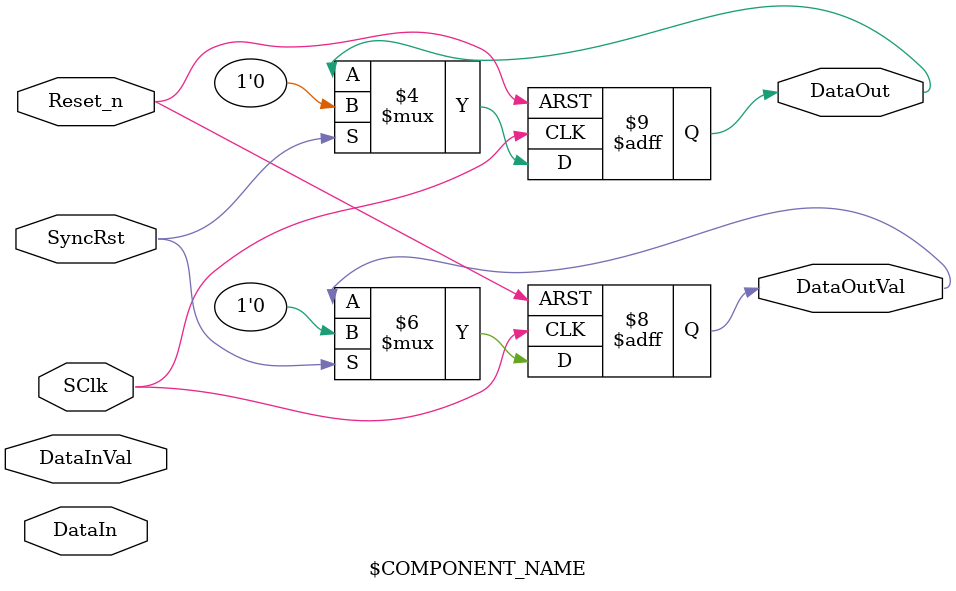
<source format=sv>

module $COMPONENT_NAME
(
   // System interface
   // -- inputs
   input logic SClk,
   input logic Reset_n,
   input logic SyncRst,
   // Data interface
   // --inputs
   input logic DataInVal,
   input logic DataIn,
   // --outputs
   output logic DataOutVal,
   output logic DataOut
);

////////////////////////////////////////////////////////////////////////////////
// External functions and tasks
////////////////////////////////////////////////////////////////////////////////
// Miscellaneous parameter task and functions

////////////////////////////////////////////////////////////////////////////////
// Configurable parameters
////////////////////////////////////////////////////////////////////////////////

////////////////////////////////////////////////////////////////////////////////
// Internal parameters (localparams) that affect ports
////////////////////////////////////////////////////////////////////////////////

////////////////////////////////////////////////////////////////////////////////
// Module I/O
////////////////////////////////////////////////////////////////////////////////

////////////////////////////////////////////////////////////////////////////////
// Internal parameters (localparams)
////////////////////////////////////////////////////////////////////////////////

////////////////////////////////////////////////////////////////////////////////
// Registered outputs
////////////////////////////////////////////////////////////////////////////////

///////////////////////////////////////////////////////////////////////////////
// Virtually registered output (combinational regs)
////////////////////////////////////////////////////////////////////////////////

////////////////////////////////////////////////////////////////////////////////
// Internal registers
////////////////////////////////////////////////////////////////////////////////

////////////////////////////////////////////////////////////////////////////////
// Internal virtual registers (combinational regs)
////////////////////////////////////////////////////////////////////////////////

////////////////////////////////////////////////////////////////////////////////
// Internal wires
////////////////////////////////////////////////////////////////////////////////

////////////////////////////////////////////////////////////////////////////////
// Wires assignments
////////////////////////////////////////////////////////////////////////////////

////////////////////////////////////////////////////////////////////////////////
// Modules instantiations
////////////////////////////////////////////////////////////////////////////////

////////////////////////////////////////////////////////////////////////////////
// Module functionality
////////////////////////////////////////////////////////////////////////////////

always_comb begin

end

always_ff @(posedge SClk or negedge Reset_n) begin
   if (!Reset_n) begin
      DataOutVal <= 0;
      DataOut    <= 0;
   end else begin
      if (SyncRst) begin
         DataOutVal <= 0;
         DataOut    <= 0;
      end
   end
end

endmodule 
// end of $COMPONENT_NAME

</source>
